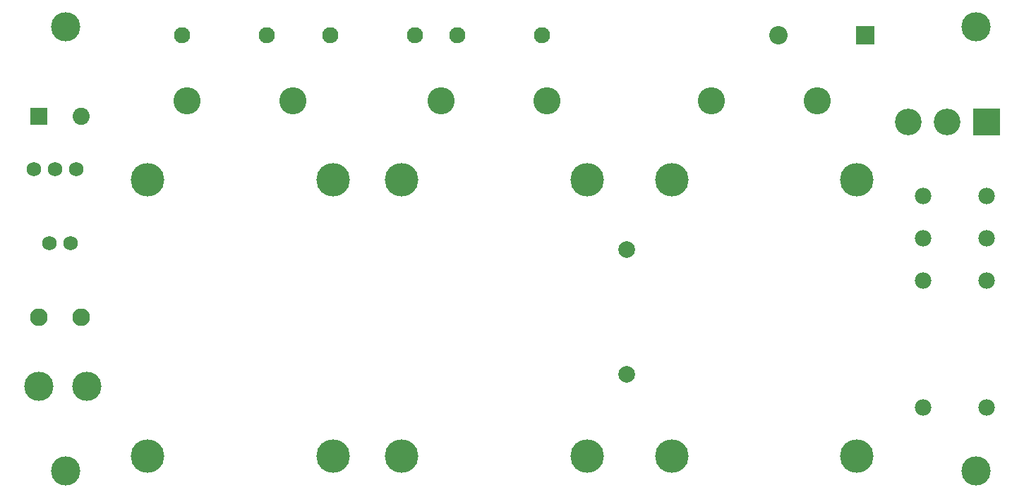
<source format=gbs>
%FSLAX25Y25*%
%MOIN*%
G70*
G01*
G75*
G04 Layer_Color=16711935*
%ADD10C,0.04000*%
%ADD11C,0.02500*%
%ADD12C,0.04500*%
%ADD13C,0.03000*%
%ADD14C,0.03500*%
%ADD15C,0.13000*%
%ADD16R,0.11811X0.11811*%
%ADD17C,0.11811*%
%ADD18C,0.15000*%
%ADD19C,0.12000*%
%ADD20C,0.06000*%
%ADD21C,0.07284*%
%ADD22R,0.07284X0.07284*%
%ADD23C,0.07500*%
%ADD24C,0.07087*%
%ADD25C,0.06800*%
%ADD26C,0.07000*%
%ADD27R,0.07874X0.07874*%
%ADD28C,0.07874*%
%ADD29C,0.01000*%
%ADD30C,0.02000*%
%ADD31C,0.00787*%
%ADD32C,0.01200*%
%ADD33R,0.03150X0.11024*%
%ADD34C,0.13800*%
%ADD35R,0.12611X0.12611*%
%ADD36C,0.12611*%
%ADD37C,0.15800*%
%ADD38C,0.12800*%
%ADD39C,0.08083*%
%ADD40R,0.08083X0.08083*%
%ADD41C,0.08300*%
%ADD42C,0.07887*%
%ADD43C,0.07600*%
%ADD44C,0.07800*%
%ADD45R,0.08674X0.08674*%
%ADD46C,0.08674*%
D25*
X15000Y162500D02*
D03*
X25000D02*
D03*
X35000D02*
D03*
X22500Y127500D02*
D03*
X32500D02*
D03*
D34*
X17500Y60000D02*
D03*
X40000D02*
D03*
X30000Y20000D02*
D03*
X460000D02*
D03*
Y230000D02*
D03*
X30000D02*
D03*
D35*
X465000Y185000D02*
D03*
D36*
X427992D02*
D03*
X446496D02*
D03*
D37*
X156250Y26800D02*
D03*
X68750D02*
D03*
X156250Y157500D02*
D03*
X68750D02*
D03*
X188750D02*
D03*
X276250D02*
D03*
X188750Y26800D02*
D03*
X276250D02*
D03*
X403750D02*
D03*
X316250D02*
D03*
X403750Y157500D02*
D03*
X316250D02*
D03*
D38*
X137500Y195000D02*
D03*
X87500D02*
D03*
X207500D02*
D03*
X257500D02*
D03*
X385000D02*
D03*
X335000D02*
D03*
D39*
X37500Y187500D02*
D03*
D40*
X17500D02*
D03*
D41*
Y92500D02*
D03*
X37500D02*
D03*
D42*
X295000Y65472D02*
D03*
Y124528D02*
D03*
D43*
X125000Y226000D02*
D03*
X85000D02*
D03*
X195000D02*
D03*
X155000D02*
D03*
X215000D02*
D03*
X255000D02*
D03*
D44*
X465000Y50000D02*
D03*
X435000D02*
D03*
X465000Y110000D02*
D03*
X435000D02*
D03*
X465000Y130000D02*
D03*
X435000D02*
D03*
X465000Y150000D02*
D03*
X435000D02*
D03*
D45*
X407789Y226000D02*
D03*
D46*
X366608D02*
D03*
M02*

</source>
